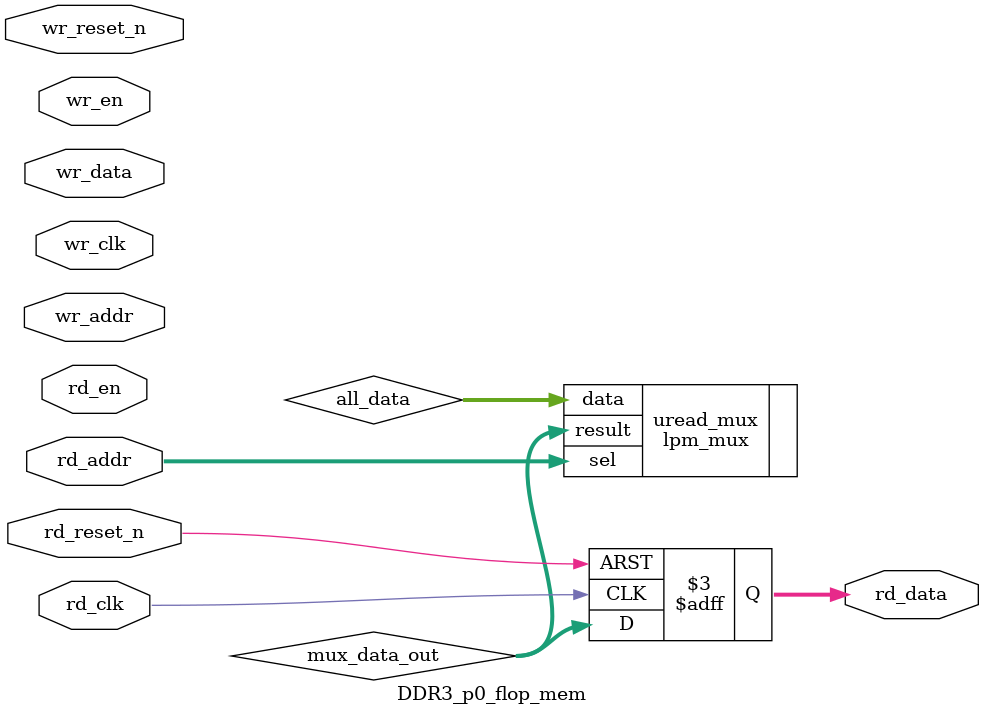
<source format=v>



`timescale 1 ps / 1 ps

(* altera_attribute = "-name ALLOW_SYNCH_CTRL_USAGE ON;-name AUTO_CLOCK_ENABLE_RECOGNITION ON" *)
module DDR3_p0_flop_mem(
	wr_reset_n,
	wr_clk,
	wr_en,
	wr_addr,
	wr_data,
	rd_reset_n,
	rd_clk,
	rd_en,
	rd_addr,
	rd_data
);

parameter WRITE_MEM_DEPTH	= "";
parameter WRITE_ADDR_WIDTH	= "";
parameter WRITE_DATA_WIDTH	= "";
parameter READ_MEM_DEPTH	= "";
parameter READ_ADDR_WIDTH	= "";		 
parameter READ_DATA_WIDTH	= "";


input	wr_reset_n;
input	wr_clk;
input	wr_en;
input	[WRITE_ADDR_WIDTH-1:0] wr_addr;
input	[WRITE_DATA_WIDTH-1:0] wr_data;
input	rd_reset_n;
input	rd_clk;
input	rd_en;
input	[READ_ADDR_WIDTH-1:0] rd_addr;
output	[READ_DATA_WIDTH-1:0] rd_data;



wire	[WRITE_DATA_WIDTH*WRITE_MEM_DEPTH-1:0] all_data;
wire	[READ_DATA_WIDTH-1:0] mux_data_out;



// declare a memory with WRITE_MEM_DEPTH entries
// each entry contains a data size of WRITE_DATA_WIDTH
reg	[WRITE_DATA_WIDTH-1:0] data_stored [0:WRITE_MEM_DEPTH-1] /* synthesis syn_preserve = 1 */;
reg	[READ_DATA_WIDTH-1:0] rd_data;

generate
genvar entry;
	for (entry=0; entry < WRITE_MEM_DEPTH; entry=entry+1)
	begin: mem_location
		assign all_data[(WRITE_DATA_WIDTH*(entry+1)-1) : (WRITE_DATA_WIDTH*entry)] = data_stored[entry]; 
		
		always @(posedge wr_clk or negedge wr_reset_n)
		begin
			if (~wr_reset_n) begin
				data_stored[entry] <= {WRITE_DATA_WIDTH{1'b0}};
			end else begin
				if (wr_en) begin
					if (entry == wr_addr) begin
						data_stored[entry] <= wr_data;
					end
				end
			end
		end		
	end
endgenerate

// mux to select the correct output data based on read address
lpm_mux	uread_mux(
	.sel (rd_addr),
	.data (all_data),
	.result (mux_data_out)
	// synopsys translate_off
	,
	.aclr (),
	.clken (),
	.clock ()
	// synopsys translate_on
	);
 defparam uread_mux.lpm_size = READ_MEM_DEPTH;
 defparam uread_mux.lpm_type = "LPM_MUX";
 defparam uread_mux.lpm_width = READ_DATA_WIDTH;
 defparam uread_mux.lpm_widths = READ_ADDR_WIDTH;

always @(posedge rd_clk or negedge rd_reset_n)	
begin
	if (~rd_reset_n) begin
		rd_data <= {READ_DATA_WIDTH{1'b0}};
	end else begin
		rd_data <= mux_data_out;
	end
end

endmodule

</source>
